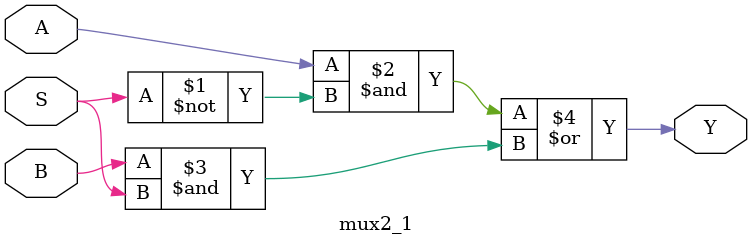
<source format=sv>
module mux2_1(A, B, S, Y);
  input A, B, S;
  output Y;
  assign Y = (A & ~S) | (B & S);
endmodule
</source>
